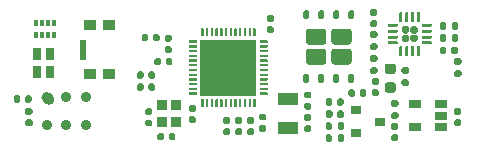
<source format=gbr>
G04 #@! TF.GenerationSoftware,KiCad,Pcbnew,5.1.10-88a1d61d58~90~ubuntu20.04.1*
G04 #@! TF.CreationDate,2021-11-22T21:12:46+01:00*
G04 #@! TF.ProjectId,nRF52832_qfaa,6e524635-3238-4333-925f-716661612e6b,rev?*
G04 #@! TF.SameCoordinates,Original*
G04 #@! TF.FileFunction,Paste,Top*
G04 #@! TF.FilePolarity,Positive*
%FSLAX45Y45*%
G04 Gerber Fmt 4.5, Leading zero omitted, Abs format (unit mm)*
G04 Created by KiCad (PCBNEW 5.1.10-88a1d61d58~90~ubuntu20.04.1) date 2021-11-22 21:12:46*
%MOMM*%
%LPD*%
G01*
G04 APERTURE LIST*
%ADD10R,0.550000X1.700000*%
%ADD11R,1.000000X0.900000*%
%ADD12R,0.800000X1.000000*%
%ADD13R,0.850000X0.950000*%
%ADD14R,1.800000X1.000000*%
%ADD15R,4.700000X4.700000*%
%ADD16R,0.400000X0.500000*%
%ADD17R,0.300000X0.500000*%
%ADD18R,0.900000X0.800000*%
%ADD19R,1.060000X0.650000*%
%ADD20C,0.910000*%
G04 APERTURE END LIST*
G36*
G01*
X6468830Y-3184960D02*
X6500330Y-3184960D01*
G75*
G02*
X6516080Y-3200710I0J-15750D01*
G01*
X6516080Y-3232210D01*
G75*
G02*
X6500330Y-3247960I-15750J0D01*
G01*
X6468830Y-3247960D01*
G75*
G02*
X6453080Y-3232210I0J15750D01*
G01*
X6453080Y-3200710D01*
G75*
G02*
X6468830Y-3184960I15750J0D01*
G01*
G37*
G36*
G01*
X6540830Y-3184960D02*
X6572330Y-3184960D01*
G75*
G02*
X6588080Y-3200710I0J-15750D01*
G01*
X6588080Y-3232210D01*
G75*
G02*
X6572330Y-3247960I-15750J0D01*
G01*
X6540830Y-3247960D01*
G75*
G02*
X6525080Y-3232210I0J15750D01*
G01*
X6525080Y-3200710D01*
G75*
G02*
X6540830Y-3184960I15750J0D01*
G01*
G37*
G36*
G01*
X6468830Y-3112960D02*
X6500330Y-3112960D01*
G75*
G02*
X6516080Y-3128710I0J-15750D01*
G01*
X6516080Y-3160210D01*
G75*
G02*
X6500330Y-3175960I-15750J0D01*
G01*
X6468830Y-3175960D01*
G75*
G02*
X6453080Y-3160210I0J15750D01*
G01*
X6453080Y-3128710D01*
G75*
G02*
X6468830Y-3112960I15750J0D01*
G01*
G37*
G36*
G01*
X6540830Y-3112960D02*
X6572330Y-3112960D01*
G75*
G02*
X6588080Y-3128710I0J-15750D01*
G01*
X6588080Y-3160210D01*
G75*
G02*
X6572330Y-3175960I-15750J0D01*
G01*
X6540830Y-3175960D01*
G75*
G02*
X6525080Y-3160210I0J15750D01*
G01*
X6525080Y-3128710D01*
G75*
G02*
X6540830Y-3112960I15750J0D01*
G01*
G37*
G36*
G01*
X6626830Y-3092960D02*
X6701830Y-3092960D01*
G75*
G02*
X6708080Y-3099210I0J-6250D01*
G01*
X6708080Y-3111710D01*
G75*
G02*
X6701830Y-3117960I-6250J0D01*
G01*
X6626830Y-3117960D01*
G75*
G02*
X6620580Y-3111710I0J6250D01*
G01*
X6620580Y-3099210D01*
G75*
G02*
X6626830Y-3092960I6250J0D01*
G01*
G37*
G36*
G01*
X6626830Y-3142960D02*
X6701830Y-3142960D01*
G75*
G02*
X6708080Y-3149210I0J-6250D01*
G01*
X6708080Y-3161710D01*
G75*
G02*
X6701830Y-3167960I-6250J0D01*
G01*
X6626830Y-3167960D01*
G75*
G02*
X6620580Y-3161710I0J6250D01*
G01*
X6620580Y-3149210D01*
G75*
G02*
X6626830Y-3142960I6250J0D01*
G01*
G37*
G36*
G01*
X6626830Y-3192960D02*
X6701830Y-3192960D01*
G75*
G02*
X6708080Y-3199210I0J-6250D01*
G01*
X6708080Y-3211710D01*
G75*
G02*
X6701830Y-3217960I-6250J0D01*
G01*
X6626830Y-3217960D01*
G75*
G02*
X6620580Y-3211710I0J6250D01*
G01*
X6620580Y-3199210D01*
G75*
G02*
X6626830Y-3192960I6250J0D01*
G01*
G37*
G36*
G01*
X6626830Y-3242960D02*
X6701830Y-3242960D01*
G75*
G02*
X6708080Y-3249210I0J-6250D01*
G01*
X6708080Y-3261710D01*
G75*
G02*
X6701830Y-3267960I-6250J0D01*
G01*
X6626830Y-3267960D01*
G75*
G02*
X6620580Y-3261710I0J6250D01*
G01*
X6620580Y-3249210D01*
G75*
G02*
X6626830Y-3242960I6250J0D01*
G01*
G37*
G36*
G01*
X6589330Y-3280460D02*
X6601830Y-3280460D01*
G75*
G02*
X6608080Y-3286710I0J-6250D01*
G01*
X6608080Y-3361710D01*
G75*
G02*
X6601830Y-3367960I-6250J0D01*
G01*
X6589330Y-3367960D01*
G75*
G02*
X6583080Y-3361710I0J6250D01*
G01*
X6583080Y-3286710D01*
G75*
G02*
X6589330Y-3280460I6250J0D01*
G01*
G37*
G36*
G01*
X6539330Y-3280460D02*
X6551830Y-3280460D01*
G75*
G02*
X6558080Y-3286710I0J-6250D01*
G01*
X6558080Y-3361710D01*
G75*
G02*
X6551830Y-3367960I-6250J0D01*
G01*
X6539330Y-3367960D01*
G75*
G02*
X6533080Y-3361710I0J6250D01*
G01*
X6533080Y-3286710D01*
G75*
G02*
X6539330Y-3280460I6250J0D01*
G01*
G37*
G36*
G01*
X6489330Y-3280460D02*
X6501830Y-3280460D01*
G75*
G02*
X6508080Y-3286710I0J-6250D01*
G01*
X6508080Y-3361710D01*
G75*
G02*
X6501830Y-3367960I-6250J0D01*
G01*
X6489330Y-3367960D01*
G75*
G02*
X6483080Y-3361710I0J6250D01*
G01*
X6483080Y-3286710D01*
G75*
G02*
X6489330Y-3280460I6250J0D01*
G01*
G37*
G36*
G01*
X6439330Y-3280460D02*
X6451830Y-3280460D01*
G75*
G02*
X6458080Y-3286710I0J-6250D01*
G01*
X6458080Y-3361710D01*
G75*
G02*
X6451830Y-3367960I-6250J0D01*
G01*
X6439330Y-3367960D01*
G75*
G02*
X6433080Y-3361710I0J6250D01*
G01*
X6433080Y-3286710D01*
G75*
G02*
X6439330Y-3280460I6250J0D01*
G01*
G37*
G36*
G01*
X6339330Y-3242960D02*
X6414330Y-3242960D01*
G75*
G02*
X6420580Y-3249210I0J-6250D01*
G01*
X6420580Y-3261710D01*
G75*
G02*
X6414330Y-3267960I-6250J0D01*
G01*
X6339330Y-3267960D01*
G75*
G02*
X6333080Y-3261710I0J6250D01*
G01*
X6333080Y-3249210D01*
G75*
G02*
X6339330Y-3242960I6250J0D01*
G01*
G37*
G36*
G01*
X6339330Y-3192960D02*
X6414330Y-3192960D01*
G75*
G02*
X6420580Y-3199210I0J-6250D01*
G01*
X6420580Y-3211710D01*
G75*
G02*
X6414330Y-3217960I-6250J0D01*
G01*
X6339330Y-3217960D01*
G75*
G02*
X6333080Y-3211710I0J6250D01*
G01*
X6333080Y-3199210D01*
G75*
G02*
X6339330Y-3192960I6250J0D01*
G01*
G37*
G36*
G01*
X6339330Y-3142960D02*
X6414330Y-3142960D01*
G75*
G02*
X6420580Y-3149210I0J-6250D01*
G01*
X6420580Y-3161710D01*
G75*
G02*
X6414330Y-3167960I-6250J0D01*
G01*
X6339330Y-3167960D01*
G75*
G02*
X6333080Y-3161710I0J6250D01*
G01*
X6333080Y-3149210D01*
G75*
G02*
X6339330Y-3142960I6250J0D01*
G01*
G37*
G36*
G01*
X6339330Y-3092960D02*
X6414330Y-3092960D01*
G75*
G02*
X6420580Y-3099210I0J-6250D01*
G01*
X6420580Y-3111710D01*
G75*
G02*
X6414330Y-3117960I-6250J0D01*
G01*
X6339330Y-3117960D01*
G75*
G02*
X6333080Y-3111710I0J6250D01*
G01*
X6333080Y-3099210D01*
G75*
G02*
X6339330Y-3092960I6250J0D01*
G01*
G37*
G36*
G01*
X6439330Y-2992960D02*
X6451830Y-2992960D01*
G75*
G02*
X6458080Y-2999210I0J-6250D01*
G01*
X6458080Y-3074210D01*
G75*
G02*
X6451830Y-3080460I-6250J0D01*
G01*
X6439330Y-3080460D01*
G75*
G02*
X6433080Y-3074210I0J6250D01*
G01*
X6433080Y-2999210D01*
G75*
G02*
X6439330Y-2992960I6250J0D01*
G01*
G37*
G36*
G01*
X6489330Y-2992960D02*
X6501830Y-2992960D01*
G75*
G02*
X6508080Y-2999210I0J-6250D01*
G01*
X6508080Y-3074210D01*
G75*
G02*
X6501830Y-3080460I-6250J0D01*
G01*
X6489330Y-3080460D01*
G75*
G02*
X6483080Y-3074210I0J6250D01*
G01*
X6483080Y-2999210D01*
G75*
G02*
X6489330Y-2992960I6250J0D01*
G01*
G37*
G36*
G01*
X6539330Y-2992960D02*
X6551830Y-2992960D01*
G75*
G02*
X6558080Y-2999210I0J-6250D01*
G01*
X6558080Y-3074210D01*
G75*
G02*
X6551830Y-3080460I-6250J0D01*
G01*
X6539330Y-3080460D01*
G75*
G02*
X6533080Y-3074210I0J6250D01*
G01*
X6533080Y-2999210D01*
G75*
G02*
X6539330Y-2992960I6250J0D01*
G01*
G37*
G36*
G01*
X6589330Y-2992960D02*
X6601830Y-2992960D01*
G75*
G02*
X6608080Y-2999210I0J-6250D01*
G01*
X6608080Y-3074210D01*
G75*
G02*
X6601830Y-3080460I-6250J0D01*
G01*
X6589330Y-3080460D01*
G75*
G02*
X6583080Y-3074210I0J6250D01*
G01*
X6583080Y-2999210D01*
G75*
G02*
X6589330Y-2992960I6250J0D01*
G01*
G37*
D10*
X3751580Y-3312160D03*
D11*
X3814080Y-3107160D03*
X3974080Y-3107160D03*
X3974080Y-3517160D03*
X3814080Y-3517160D03*
G36*
G01*
X4345880Y-3227560D02*
X4345880Y-3193560D01*
G75*
G02*
X4359880Y-3179560I14000J0D01*
G01*
X4387880Y-3179560D01*
G75*
G02*
X4401880Y-3193560I0J-14000D01*
G01*
X4401880Y-3227560D01*
G75*
G02*
X4387880Y-3241560I-14000J0D01*
G01*
X4359880Y-3241560D01*
G75*
G02*
X4345880Y-3227560I0J14000D01*
G01*
G37*
G36*
G01*
X4249880Y-3227560D02*
X4249880Y-3193560D01*
G75*
G02*
X4263880Y-3179560I14000J0D01*
G01*
X4291880Y-3179560D01*
G75*
G02*
X4305880Y-3193560I0J-14000D01*
G01*
X4305880Y-3227560D01*
G75*
G02*
X4291880Y-3241560I-14000J0D01*
G01*
X4263880Y-3241560D01*
G75*
G02*
X4249880Y-3227560I0J14000D01*
G01*
G37*
G36*
G01*
X4953780Y-3979860D02*
X4987780Y-3979860D01*
G75*
G02*
X5001780Y-3993860I0J-14000D01*
G01*
X5001780Y-4021860D01*
G75*
G02*
X4987780Y-4035860I-14000J0D01*
G01*
X4953780Y-4035860D01*
G75*
G02*
X4939780Y-4021860I0J14000D01*
G01*
X4939780Y-3993860D01*
G75*
G02*
X4953780Y-3979860I14000J0D01*
G01*
G37*
G36*
G01*
X4953780Y-3883860D02*
X4987780Y-3883860D01*
G75*
G02*
X5001780Y-3897860I0J-14000D01*
G01*
X5001780Y-3925860D01*
G75*
G02*
X4987780Y-3939860I-14000J0D01*
G01*
X4953780Y-3939860D01*
G75*
G02*
X4939780Y-3925860I0J14000D01*
G01*
X4939780Y-3897860D01*
G75*
G02*
X4953780Y-3883860I14000J0D01*
G01*
G37*
G36*
G01*
X6376180Y-4030660D02*
X6410180Y-4030660D01*
G75*
G02*
X6424180Y-4044660I0J-14000D01*
G01*
X6424180Y-4072660D01*
G75*
G02*
X6410180Y-4086660I-14000J0D01*
G01*
X6376180Y-4086660D01*
G75*
G02*
X6362180Y-4072660I0J14000D01*
G01*
X6362180Y-4044660D01*
G75*
G02*
X6376180Y-4030660I14000J0D01*
G01*
G37*
G36*
G01*
X6376180Y-3934660D02*
X6410180Y-3934660D01*
G75*
G02*
X6424180Y-3948660I0J-14000D01*
G01*
X6424180Y-3976660D01*
G75*
G02*
X6410180Y-3990660I-14000J0D01*
G01*
X6376180Y-3990660D01*
G75*
G02*
X6362180Y-3976660I0J14000D01*
G01*
X6362180Y-3948660D01*
G75*
G02*
X6376180Y-3934660I14000J0D01*
G01*
G37*
G36*
G01*
X6943580Y-3863660D02*
X6909580Y-3863660D01*
G75*
G02*
X6895580Y-3849660I0J14000D01*
G01*
X6895580Y-3821660D01*
G75*
G02*
X6909580Y-3807660I14000J0D01*
G01*
X6943580Y-3807660D01*
G75*
G02*
X6957580Y-3821660I0J-14000D01*
G01*
X6957580Y-3849660D01*
G75*
G02*
X6943580Y-3863660I-14000J0D01*
G01*
G37*
G36*
G01*
X6943580Y-3959660D02*
X6909580Y-3959660D01*
G75*
G02*
X6895580Y-3945660I0J14000D01*
G01*
X6895580Y-3917660D01*
G75*
G02*
X6909580Y-3903660I14000J0D01*
G01*
X6943580Y-3903660D01*
G75*
G02*
X6957580Y-3917660I0J-14000D01*
G01*
X6957580Y-3945660D01*
G75*
G02*
X6943580Y-3959660I-14000J0D01*
G01*
G37*
G36*
G01*
X6198380Y-3065460D02*
X6232380Y-3065460D01*
G75*
G02*
X6246380Y-3079460I0J-14000D01*
G01*
X6246380Y-3107460D01*
G75*
G02*
X6232380Y-3121460I-14000J0D01*
G01*
X6198380Y-3121460D01*
G75*
G02*
X6184380Y-3107460I0J14000D01*
G01*
X6184380Y-3079460D01*
G75*
G02*
X6198380Y-3065460I14000J0D01*
G01*
G37*
G36*
G01*
X6198380Y-2969460D02*
X6232380Y-2969460D01*
G75*
G02*
X6246380Y-2983460I0J-14000D01*
G01*
X6246380Y-3011460D01*
G75*
G02*
X6232380Y-3025460I-14000J0D01*
G01*
X6198380Y-3025460D01*
G75*
G02*
X6184380Y-3011460I0J14000D01*
G01*
X6184380Y-2983460D01*
G75*
G02*
X6198380Y-2969460I14000J0D01*
G01*
G37*
D12*
X3476380Y-3501460D03*
X3476380Y-3351460D03*
X3366380Y-3351460D03*
X3366380Y-3501460D03*
D13*
X4539680Y-3776760D03*
X4539680Y-3921760D03*
X4424680Y-3921760D03*
X4424680Y-3776760D03*
D14*
X5493280Y-3726460D03*
X5493280Y-3976460D03*
G36*
G01*
X6012380Y-2979260D02*
X6037380Y-2979260D01*
G75*
G02*
X6049880Y-2991760I0J-12500D01*
G01*
X6049880Y-3041760D01*
G75*
G02*
X6037380Y-3054260I-12500J0D01*
G01*
X6012380Y-3054260D01*
G75*
G02*
X5999880Y-3041760I0J12500D01*
G01*
X5999880Y-2991760D01*
G75*
G02*
X6012380Y-2979260I12500J0D01*
G01*
G37*
G36*
G01*
X5885380Y-2979260D02*
X5910380Y-2979260D01*
G75*
G02*
X5922880Y-2991760I0J-12500D01*
G01*
X5922880Y-3041760D01*
G75*
G02*
X5910380Y-3054260I-12500J0D01*
G01*
X5885380Y-3054260D01*
G75*
G02*
X5872880Y-3041760I0J12500D01*
G01*
X5872880Y-2991760D01*
G75*
G02*
X5885380Y-2979260I12500J0D01*
G01*
G37*
G36*
G01*
X5758380Y-2979260D02*
X5783380Y-2979260D01*
G75*
G02*
X5795880Y-2991760I0J-12500D01*
G01*
X5795880Y-3041760D01*
G75*
G02*
X5783380Y-3054260I-12500J0D01*
G01*
X5758380Y-3054260D01*
G75*
G02*
X5745880Y-3041760I0J12500D01*
G01*
X5745880Y-2991760D01*
G75*
G02*
X5758380Y-2979260I12500J0D01*
G01*
G37*
G36*
G01*
X5631380Y-2979260D02*
X5656380Y-2979260D01*
G75*
G02*
X5668880Y-2991760I0J-12500D01*
G01*
X5668880Y-3041760D01*
G75*
G02*
X5656380Y-3054260I-12500J0D01*
G01*
X5631380Y-3054260D01*
G75*
G02*
X5618880Y-3041760I0J12500D01*
G01*
X5618880Y-2991760D01*
G75*
G02*
X5631380Y-2979260I12500J0D01*
G01*
G37*
G36*
G01*
X5631380Y-3519260D02*
X5656380Y-3519260D01*
G75*
G02*
X5668880Y-3531760I0J-12500D01*
G01*
X5668880Y-3581760D01*
G75*
G02*
X5656380Y-3594260I-12500J0D01*
G01*
X5631380Y-3594260D01*
G75*
G02*
X5618880Y-3581760I0J12500D01*
G01*
X5618880Y-3531760D01*
G75*
G02*
X5631380Y-3519260I12500J0D01*
G01*
G37*
G36*
G01*
X5758380Y-3519260D02*
X5783380Y-3519260D01*
G75*
G02*
X5795880Y-3531760I0J-12500D01*
G01*
X5795880Y-3581760D01*
G75*
G02*
X5783380Y-3594260I-12500J0D01*
G01*
X5758380Y-3594260D01*
G75*
G02*
X5745880Y-3581760I0J12500D01*
G01*
X5745880Y-3531760D01*
G75*
G02*
X5758380Y-3519260I12500J0D01*
G01*
G37*
G36*
G01*
X5885380Y-3519260D02*
X5910380Y-3519260D01*
G75*
G02*
X5922880Y-3531760I0J-12500D01*
G01*
X5922880Y-3581760D01*
G75*
G02*
X5910380Y-3594260I-12500J0D01*
G01*
X5885380Y-3594260D01*
G75*
G02*
X5872880Y-3581760I0J12500D01*
G01*
X5872880Y-3531760D01*
G75*
G02*
X5885380Y-3519260I12500J0D01*
G01*
G37*
G36*
G01*
X6012380Y-3519260D02*
X6037380Y-3519260D01*
G75*
G02*
X6049880Y-3531760I0J-12500D01*
G01*
X6049880Y-3581760D01*
G75*
G02*
X6037380Y-3594260I-12500J0D01*
G01*
X6012380Y-3594260D01*
G75*
G02*
X5999880Y-3581760I0J12500D01*
G01*
X5999880Y-3531760D01*
G75*
G02*
X6012380Y-3519260I12500J0D01*
G01*
G37*
G36*
G01*
X5880380Y-3133260D02*
X6003380Y-3133260D01*
G75*
G02*
X6028380Y-3158260I0J-25000D01*
G01*
X6028380Y-3245260D01*
G75*
G02*
X6003380Y-3270260I-25000J0D01*
G01*
X5880380Y-3270260D01*
G75*
G02*
X5855380Y-3245260I0J25000D01*
G01*
X5855380Y-3158260D01*
G75*
G02*
X5880380Y-3133260I25000J0D01*
G01*
G37*
G36*
G01*
X5665380Y-3133260D02*
X5788380Y-3133260D01*
G75*
G02*
X5813380Y-3158260I0J-25000D01*
G01*
X5813380Y-3245260D01*
G75*
G02*
X5788380Y-3270260I-25000J0D01*
G01*
X5665380Y-3270260D01*
G75*
G02*
X5640380Y-3245260I0J25000D01*
G01*
X5640380Y-3158260D01*
G75*
G02*
X5665380Y-3133260I25000J0D01*
G01*
G37*
G36*
G01*
X5880380Y-3303260D02*
X6003380Y-3303260D01*
G75*
G02*
X6028380Y-3328260I0J-25000D01*
G01*
X6028380Y-3415260D01*
G75*
G02*
X6003380Y-3440260I-25000J0D01*
G01*
X5880380Y-3440260D01*
G75*
G02*
X5855380Y-3415260I0J25000D01*
G01*
X5855380Y-3328260D01*
G75*
G02*
X5880380Y-3303260I25000J0D01*
G01*
G37*
G36*
G01*
X5665380Y-3303260D02*
X5788380Y-3303260D01*
G75*
G02*
X5813380Y-3328260I0J-25000D01*
G01*
X5813380Y-3415260D01*
G75*
G02*
X5788380Y-3440260I-25000J0D01*
G01*
X5665380Y-3440260D01*
G75*
G02*
X5640380Y-3415260I0J25000D01*
G01*
X5640380Y-3328260D01*
G75*
G02*
X5665380Y-3303260I25000J0D01*
G01*
G37*
G36*
G01*
X5317580Y-3677560D02*
X5317580Y-3691560D01*
G75*
G02*
X5314580Y-3694560I-3000J0D01*
G01*
X5255580Y-3694560D01*
G75*
G02*
X5252580Y-3691560I0J3000D01*
G01*
X5252580Y-3677560D01*
G75*
G02*
X5255580Y-3674560I3000J0D01*
G01*
X5314580Y-3674560D01*
G75*
G02*
X5317580Y-3677560I0J-3000D01*
G01*
G37*
G36*
G01*
X5317580Y-3637560D02*
X5317580Y-3651560D01*
G75*
G02*
X5314580Y-3654560I-3000J0D01*
G01*
X5255580Y-3654560D01*
G75*
G02*
X5252580Y-3651560I0J3000D01*
G01*
X5252580Y-3637560D01*
G75*
G02*
X5255580Y-3634560I3000J0D01*
G01*
X5314580Y-3634560D01*
G75*
G02*
X5317580Y-3637560I0J-3000D01*
G01*
G37*
G36*
G01*
X5317580Y-3597560D02*
X5317580Y-3611560D01*
G75*
G02*
X5314580Y-3614560I-3000J0D01*
G01*
X5255580Y-3614560D01*
G75*
G02*
X5252580Y-3611560I0J3000D01*
G01*
X5252580Y-3597560D01*
G75*
G02*
X5255580Y-3594560I3000J0D01*
G01*
X5314580Y-3594560D01*
G75*
G02*
X5317580Y-3597560I0J-3000D01*
G01*
G37*
G36*
G01*
X5317580Y-3557560D02*
X5317580Y-3571560D01*
G75*
G02*
X5314580Y-3574560I-3000J0D01*
G01*
X5255580Y-3574560D01*
G75*
G02*
X5252580Y-3571560I0J3000D01*
G01*
X5252580Y-3557560D01*
G75*
G02*
X5255580Y-3554560I3000J0D01*
G01*
X5314580Y-3554560D01*
G75*
G02*
X5317580Y-3557560I0J-3000D01*
G01*
G37*
G36*
G01*
X5317580Y-3517560D02*
X5317580Y-3531560D01*
G75*
G02*
X5314580Y-3534560I-3000J0D01*
G01*
X5255580Y-3534560D01*
G75*
G02*
X5252580Y-3531560I0J3000D01*
G01*
X5252580Y-3517560D01*
G75*
G02*
X5255580Y-3514560I3000J0D01*
G01*
X5314580Y-3514560D01*
G75*
G02*
X5317580Y-3517560I0J-3000D01*
G01*
G37*
G36*
G01*
X5317580Y-3477560D02*
X5317580Y-3491560D01*
G75*
G02*
X5314580Y-3494560I-3000J0D01*
G01*
X5255580Y-3494560D01*
G75*
G02*
X5252580Y-3491560I0J3000D01*
G01*
X5252580Y-3477560D01*
G75*
G02*
X5255580Y-3474560I3000J0D01*
G01*
X5314580Y-3474560D01*
G75*
G02*
X5317580Y-3477560I0J-3000D01*
G01*
G37*
G36*
G01*
X5317580Y-3437560D02*
X5317580Y-3451560D01*
G75*
G02*
X5314580Y-3454560I-3000J0D01*
G01*
X5255580Y-3454560D01*
G75*
G02*
X5252580Y-3451560I0J3000D01*
G01*
X5252580Y-3437560D01*
G75*
G02*
X5255580Y-3434560I3000J0D01*
G01*
X5314580Y-3434560D01*
G75*
G02*
X5317580Y-3437560I0J-3000D01*
G01*
G37*
G36*
G01*
X5317580Y-3397560D02*
X5317580Y-3411560D01*
G75*
G02*
X5314580Y-3414560I-3000J0D01*
G01*
X5255580Y-3414560D01*
G75*
G02*
X5252580Y-3411560I0J3000D01*
G01*
X5252580Y-3397560D01*
G75*
G02*
X5255580Y-3394560I3000J0D01*
G01*
X5314580Y-3394560D01*
G75*
G02*
X5317580Y-3397560I0J-3000D01*
G01*
G37*
G36*
G01*
X5317580Y-3357560D02*
X5317580Y-3371560D01*
G75*
G02*
X5314580Y-3374560I-3000J0D01*
G01*
X5255580Y-3374560D01*
G75*
G02*
X5252580Y-3371560I0J3000D01*
G01*
X5252580Y-3357560D01*
G75*
G02*
X5255580Y-3354560I3000J0D01*
G01*
X5314580Y-3354560D01*
G75*
G02*
X5317580Y-3357560I0J-3000D01*
G01*
G37*
G36*
G01*
X5317580Y-3317560D02*
X5317580Y-3331560D01*
G75*
G02*
X5314580Y-3334560I-3000J0D01*
G01*
X5255580Y-3334560D01*
G75*
G02*
X5252580Y-3331560I0J3000D01*
G01*
X5252580Y-3317560D01*
G75*
G02*
X5255580Y-3314560I3000J0D01*
G01*
X5314580Y-3314560D01*
G75*
G02*
X5317580Y-3317560I0J-3000D01*
G01*
G37*
G36*
G01*
X5317580Y-3277560D02*
X5317580Y-3291560D01*
G75*
G02*
X5314580Y-3294560I-3000J0D01*
G01*
X5255580Y-3294560D01*
G75*
G02*
X5252580Y-3291560I0J3000D01*
G01*
X5252580Y-3277560D01*
G75*
G02*
X5255580Y-3274560I3000J0D01*
G01*
X5314580Y-3274560D01*
G75*
G02*
X5317580Y-3277560I0J-3000D01*
G01*
G37*
G36*
G01*
X5317580Y-3237560D02*
X5317580Y-3251560D01*
G75*
G02*
X5314580Y-3254560I-3000J0D01*
G01*
X5255580Y-3254560D01*
G75*
G02*
X5252580Y-3251560I0J3000D01*
G01*
X5252580Y-3237560D01*
G75*
G02*
X5255580Y-3234560I3000J0D01*
G01*
X5314580Y-3234560D01*
G75*
G02*
X5317580Y-3237560I0J-3000D01*
G01*
G37*
G36*
G01*
X5198080Y-3132060D02*
X5212080Y-3132060D01*
G75*
G02*
X5215080Y-3135060I0J-3000D01*
G01*
X5215080Y-3194060D01*
G75*
G02*
X5212080Y-3197060I-3000J0D01*
G01*
X5198080Y-3197060D01*
G75*
G02*
X5195080Y-3194060I0J3000D01*
G01*
X5195080Y-3135060D01*
G75*
G02*
X5198080Y-3132060I3000J0D01*
G01*
G37*
G36*
G01*
X5158080Y-3132060D02*
X5172080Y-3132060D01*
G75*
G02*
X5175080Y-3135060I0J-3000D01*
G01*
X5175080Y-3194060D01*
G75*
G02*
X5172080Y-3197060I-3000J0D01*
G01*
X5158080Y-3197060D01*
G75*
G02*
X5155080Y-3194060I0J3000D01*
G01*
X5155080Y-3135060D01*
G75*
G02*
X5158080Y-3132060I3000J0D01*
G01*
G37*
G36*
G01*
X5118080Y-3132060D02*
X5132080Y-3132060D01*
G75*
G02*
X5135080Y-3135060I0J-3000D01*
G01*
X5135080Y-3194060D01*
G75*
G02*
X5132080Y-3197060I-3000J0D01*
G01*
X5118080Y-3197060D01*
G75*
G02*
X5115080Y-3194060I0J3000D01*
G01*
X5115080Y-3135060D01*
G75*
G02*
X5118080Y-3132060I3000J0D01*
G01*
G37*
G36*
G01*
X5078080Y-3132060D02*
X5092080Y-3132060D01*
G75*
G02*
X5095080Y-3135060I0J-3000D01*
G01*
X5095080Y-3194060D01*
G75*
G02*
X5092080Y-3197060I-3000J0D01*
G01*
X5078080Y-3197060D01*
G75*
G02*
X5075080Y-3194060I0J3000D01*
G01*
X5075080Y-3135060D01*
G75*
G02*
X5078080Y-3132060I3000J0D01*
G01*
G37*
G36*
G01*
X5038080Y-3132060D02*
X5052080Y-3132060D01*
G75*
G02*
X5055080Y-3135060I0J-3000D01*
G01*
X5055080Y-3194060D01*
G75*
G02*
X5052080Y-3197060I-3000J0D01*
G01*
X5038080Y-3197060D01*
G75*
G02*
X5035080Y-3194060I0J3000D01*
G01*
X5035080Y-3135060D01*
G75*
G02*
X5038080Y-3132060I3000J0D01*
G01*
G37*
G36*
G01*
X4998080Y-3132060D02*
X5012080Y-3132060D01*
G75*
G02*
X5015080Y-3135060I0J-3000D01*
G01*
X5015080Y-3194060D01*
G75*
G02*
X5012080Y-3197060I-3000J0D01*
G01*
X4998080Y-3197060D01*
G75*
G02*
X4995080Y-3194060I0J3000D01*
G01*
X4995080Y-3135060D01*
G75*
G02*
X4998080Y-3132060I3000J0D01*
G01*
G37*
G36*
G01*
X4958080Y-3132060D02*
X4972080Y-3132060D01*
G75*
G02*
X4975080Y-3135060I0J-3000D01*
G01*
X4975080Y-3194060D01*
G75*
G02*
X4972080Y-3197060I-3000J0D01*
G01*
X4958080Y-3197060D01*
G75*
G02*
X4955080Y-3194060I0J3000D01*
G01*
X4955080Y-3135060D01*
G75*
G02*
X4958080Y-3132060I3000J0D01*
G01*
G37*
G36*
G01*
X4918080Y-3132060D02*
X4932080Y-3132060D01*
G75*
G02*
X4935080Y-3135060I0J-3000D01*
G01*
X4935080Y-3194060D01*
G75*
G02*
X4932080Y-3197060I-3000J0D01*
G01*
X4918080Y-3197060D01*
G75*
G02*
X4915080Y-3194060I0J3000D01*
G01*
X4915080Y-3135060D01*
G75*
G02*
X4918080Y-3132060I3000J0D01*
G01*
G37*
G36*
G01*
X4878080Y-3132060D02*
X4892080Y-3132060D01*
G75*
G02*
X4895080Y-3135060I0J-3000D01*
G01*
X4895080Y-3194060D01*
G75*
G02*
X4892080Y-3197060I-3000J0D01*
G01*
X4878080Y-3197060D01*
G75*
G02*
X4875080Y-3194060I0J3000D01*
G01*
X4875080Y-3135060D01*
G75*
G02*
X4878080Y-3132060I3000J0D01*
G01*
G37*
G36*
G01*
X4838080Y-3132060D02*
X4852080Y-3132060D01*
G75*
G02*
X4855080Y-3135060I0J-3000D01*
G01*
X4855080Y-3194060D01*
G75*
G02*
X4852080Y-3197060I-3000J0D01*
G01*
X4838080Y-3197060D01*
G75*
G02*
X4835080Y-3194060I0J3000D01*
G01*
X4835080Y-3135060D01*
G75*
G02*
X4838080Y-3132060I3000J0D01*
G01*
G37*
G36*
G01*
X4798080Y-3132060D02*
X4812080Y-3132060D01*
G75*
G02*
X4815080Y-3135060I0J-3000D01*
G01*
X4815080Y-3194060D01*
G75*
G02*
X4812080Y-3197060I-3000J0D01*
G01*
X4798080Y-3197060D01*
G75*
G02*
X4795080Y-3194060I0J3000D01*
G01*
X4795080Y-3135060D01*
G75*
G02*
X4798080Y-3132060I3000J0D01*
G01*
G37*
G36*
G01*
X4758080Y-3132060D02*
X4772080Y-3132060D01*
G75*
G02*
X4775080Y-3135060I0J-3000D01*
G01*
X4775080Y-3194060D01*
G75*
G02*
X4772080Y-3197060I-3000J0D01*
G01*
X4758080Y-3197060D01*
G75*
G02*
X4755080Y-3194060I0J3000D01*
G01*
X4755080Y-3135060D01*
G75*
G02*
X4758080Y-3132060I3000J0D01*
G01*
G37*
G36*
G01*
X4652580Y-3251560D02*
X4652580Y-3237560D01*
G75*
G02*
X4655580Y-3234560I3000J0D01*
G01*
X4714580Y-3234560D01*
G75*
G02*
X4717580Y-3237560I0J-3000D01*
G01*
X4717580Y-3251560D01*
G75*
G02*
X4714580Y-3254560I-3000J0D01*
G01*
X4655580Y-3254560D01*
G75*
G02*
X4652580Y-3251560I0J3000D01*
G01*
G37*
G36*
G01*
X4652580Y-3291560D02*
X4652580Y-3277560D01*
G75*
G02*
X4655580Y-3274560I3000J0D01*
G01*
X4714580Y-3274560D01*
G75*
G02*
X4717580Y-3277560I0J-3000D01*
G01*
X4717580Y-3291560D01*
G75*
G02*
X4714580Y-3294560I-3000J0D01*
G01*
X4655580Y-3294560D01*
G75*
G02*
X4652580Y-3291560I0J3000D01*
G01*
G37*
G36*
G01*
X4652580Y-3331560D02*
X4652580Y-3317560D01*
G75*
G02*
X4655580Y-3314560I3000J0D01*
G01*
X4714580Y-3314560D01*
G75*
G02*
X4717580Y-3317560I0J-3000D01*
G01*
X4717580Y-3331560D01*
G75*
G02*
X4714580Y-3334560I-3000J0D01*
G01*
X4655580Y-3334560D01*
G75*
G02*
X4652580Y-3331560I0J3000D01*
G01*
G37*
G36*
G01*
X4652580Y-3371560D02*
X4652580Y-3357560D01*
G75*
G02*
X4655580Y-3354560I3000J0D01*
G01*
X4714580Y-3354560D01*
G75*
G02*
X4717580Y-3357560I0J-3000D01*
G01*
X4717580Y-3371560D01*
G75*
G02*
X4714580Y-3374560I-3000J0D01*
G01*
X4655580Y-3374560D01*
G75*
G02*
X4652580Y-3371560I0J3000D01*
G01*
G37*
G36*
G01*
X4652580Y-3411560D02*
X4652580Y-3397560D01*
G75*
G02*
X4655580Y-3394560I3000J0D01*
G01*
X4714580Y-3394560D01*
G75*
G02*
X4717580Y-3397560I0J-3000D01*
G01*
X4717580Y-3411560D01*
G75*
G02*
X4714580Y-3414560I-3000J0D01*
G01*
X4655580Y-3414560D01*
G75*
G02*
X4652580Y-3411560I0J3000D01*
G01*
G37*
G36*
G01*
X4652580Y-3451560D02*
X4652580Y-3437560D01*
G75*
G02*
X4655580Y-3434560I3000J0D01*
G01*
X4714580Y-3434560D01*
G75*
G02*
X4717580Y-3437560I0J-3000D01*
G01*
X4717580Y-3451560D01*
G75*
G02*
X4714580Y-3454560I-3000J0D01*
G01*
X4655580Y-3454560D01*
G75*
G02*
X4652580Y-3451560I0J3000D01*
G01*
G37*
G36*
G01*
X4652580Y-3491560D02*
X4652580Y-3477560D01*
G75*
G02*
X4655580Y-3474560I3000J0D01*
G01*
X4714580Y-3474560D01*
G75*
G02*
X4717580Y-3477560I0J-3000D01*
G01*
X4717580Y-3491560D01*
G75*
G02*
X4714580Y-3494560I-3000J0D01*
G01*
X4655580Y-3494560D01*
G75*
G02*
X4652580Y-3491560I0J3000D01*
G01*
G37*
G36*
G01*
X4652580Y-3531560D02*
X4652580Y-3517560D01*
G75*
G02*
X4655580Y-3514560I3000J0D01*
G01*
X4714580Y-3514560D01*
G75*
G02*
X4717580Y-3517560I0J-3000D01*
G01*
X4717580Y-3531560D01*
G75*
G02*
X4714580Y-3534560I-3000J0D01*
G01*
X4655580Y-3534560D01*
G75*
G02*
X4652580Y-3531560I0J3000D01*
G01*
G37*
G36*
G01*
X4652580Y-3571560D02*
X4652580Y-3557560D01*
G75*
G02*
X4655580Y-3554560I3000J0D01*
G01*
X4714580Y-3554560D01*
G75*
G02*
X4717580Y-3557560I0J-3000D01*
G01*
X4717580Y-3571560D01*
G75*
G02*
X4714580Y-3574560I-3000J0D01*
G01*
X4655580Y-3574560D01*
G75*
G02*
X4652580Y-3571560I0J3000D01*
G01*
G37*
G36*
G01*
X4652580Y-3611560D02*
X4652580Y-3597560D01*
G75*
G02*
X4655580Y-3594560I3000J0D01*
G01*
X4714580Y-3594560D01*
G75*
G02*
X4717580Y-3597560I0J-3000D01*
G01*
X4717580Y-3611560D01*
G75*
G02*
X4714580Y-3614560I-3000J0D01*
G01*
X4655580Y-3614560D01*
G75*
G02*
X4652580Y-3611560I0J3000D01*
G01*
G37*
G36*
G01*
X4652580Y-3651560D02*
X4652580Y-3637560D01*
G75*
G02*
X4655580Y-3634560I3000J0D01*
G01*
X4714580Y-3634560D01*
G75*
G02*
X4717580Y-3637560I0J-3000D01*
G01*
X4717580Y-3651560D01*
G75*
G02*
X4714580Y-3654560I-3000J0D01*
G01*
X4655580Y-3654560D01*
G75*
G02*
X4652580Y-3651560I0J3000D01*
G01*
G37*
G36*
G01*
X4652580Y-3691560D02*
X4652580Y-3677560D01*
G75*
G02*
X4655580Y-3674560I3000J0D01*
G01*
X4714580Y-3674560D01*
G75*
G02*
X4717580Y-3677560I0J-3000D01*
G01*
X4717580Y-3691560D01*
G75*
G02*
X4714580Y-3694560I-3000J0D01*
G01*
X4655580Y-3694560D01*
G75*
G02*
X4652580Y-3691560I0J3000D01*
G01*
G37*
G36*
G01*
X4772080Y-3797060D02*
X4758080Y-3797060D01*
G75*
G02*
X4755080Y-3794060I0J3000D01*
G01*
X4755080Y-3735060D01*
G75*
G02*
X4758080Y-3732060I3000J0D01*
G01*
X4772080Y-3732060D01*
G75*
G02*
X4775080Y-3735060I0J-3000D01*
G01*
X4775080Y-3794060D01*
G75*
G02*
X4772080Y-3797060I-3000J0D01*
G01*
G37*
G36*
G01*
X4812080Y-3797060D02*
X4798080Y-3797060D01*
G75*
G02*
X4795080Y-3794060I0J3000D01*
G01*
X4795080Y-3735060D01*
G75*
G02*
X4798080Y-3732060I3000J0D01*
G01*
X4812080Y-3732060D01*
G75*
G02*
X4815080Y-3735060I0J-3000D01*
G01*
X4815080Y-3794060D01*
G75*
G02*
X4812080Y-3797060I-3000J0D01*
G01*
G37*
G36*
G01*
X4852080Y-3797060D02*
X4838080Y-3797060D01*
G75*
G02*
X4835080Y-3794060I0J3000D01*
G01*
X4835080Y-3735060D01*
G75*
G02*
X4838080Y-3732060I3000J0D01*
G01*
X4852080Y-3732060D01*
G75*
G02*
X4855080Y-3735060I0J-3000D01*
G01*
X4855080Y-3794060D01*
G75*
G02*
X4852080Y-3797060I-3000J0D01*
G01*
G37*
G36*
G01*
X4892080Y-3797060D02*
X4878080Y-3797060D01*
G75*
G02*
X4875080Y-3794060I0J3000D01*
G01*
X4875080Y-3735060D01*
G75*
G02*
X4878080Y-3732060I3000J0D01*
G01*
X4892080Y-3732060D01*
G75*
G02*
X4895080Y-3735060I0J-3000D01*
G01*
X4895080Y-3794060D01*
G75*
G02*
X4892080Y-3797060I-3000J0D01*
G01*
G37*
G36*
G01*
X4932080Y-3797060D02*
X4918080Y-3797060D01*
G75*
G02*
X4915080Y-3794060I0J3000D01*
G01*
X4915080Y-3735060D01*
G75*
G02*
X4918080Y-3732060I3000J0D01*
G01*
X4932080Y-3732060D01*
G75*
G02*
X4935080Y-3735060I0J-3000D01*
G01*
X4935080Y-3794060D01*
G75*
G02*
X4932080Y-3797060I-3000J0D01*
G01*
G37*
G36*
G01*
X4972080Y-3797060D02*
X4958080Y-3797060D01*
G75*
G02*
X4955080Y-3794060I0J3000D01*
G01*
X4955080Y-3735060D01*
G75*
G02*
X4958080Y-3732060I3000J0D01*
G01*
X4972080Y-3732060D01*
G75*
G02*
X4975080Y-3735060I0J-3000D01*
G01*
X4975080Y-3794060D01*
G75*
G02*
X4972080Y-3797060I-3000J0D01*
G01*
G37*
G36*
G01*
X5012080Y-3797060D02*
X4998080Y-3797060D01*
G75*
G02*
X4995080Y-3794060I0J3000D01*
G01*
X4995080Y-3735060D01*
G75*
G02*
X4998080Y-3732060I3000J0D01*
G01*
X5012080Y-3732060D01*
G75*
G02*
X5015080Y-3735060I0J-3000D01*
G01*
X5015080Y-3794060D01*
G75*
G02*
X5012080Y-3797060I-3000J0D01*
G01*
G37*
G36*
G01*
X5052080Y-3797060D02*
X5038080Y-3797060D01*
G75*
G02*
X5035080Y-3794060I0J3000D01*
G01*
X5035080Y-3735060D01*
G75*
G02*
X5038080Y-3732060I3000J0D01*
G01*
X5052080Y-3732060D01*
G75*
G02*
X5055080Y-3735060I0J-3000D01*
G01*
X5055080Y-3794060D01*
G75*
G02*
X5052080Y-3797060I-3000J0D01*
G01*
G37*
G36*
G01*
X5092080Y-3797060D02*
X5078080Y-3797060D01*
G75*
G02*
X5075080Y-3794060I0J3000D01*
G01*
X5075080Y-3735060D01*
G75*
G02*
X5078080Y-3732060I3000J0D01*
G01*
X5092080Y-3732060D01*
G75*
G02*
X5095080Y-3735060I0J-3000D01*
G01*
X5095080Y-3794060D01*
G75*
G02*
X5092080Y-3797060I-3000J0D01*
G01*
G37*
G36*
G01*
X5132080Y-3797060D02*
X5118080Y-3797060D01*
G75*
G02*
X5115080Y-3794060I0J3000D01*
G01*
X5115080Y-3735060D01*
G75*
G02*
X5118080Y-3732060I3000J0D01*
G01*
X5132080Y-3732060D01*
G75*
G02*
X5135080Y-3735060I0J-3000D01*
G01*
X5135080Y-3794060D01*
G75*
G02*
X5132080Y-3797060I-3000J0D01*
G01*
G37*
G36*
G01*
X5172080Y-3797060D02*
X5158080Y-3797060D01*
G75*
G02*
X5155080Y-3794060I0J3000D01*
G01*
X5155080Y-3735060D01*
G75*
G02*
X5158080Y-3732060I3000J0D01*
G01*
X5172080Y-3732060D01*
G75*
G02*
X5175080Y-3735060I0J-3000D01*
G01*
X5175080Y-3794060D01*
G75*
G02*
X5172080Y-3797060I-3000J0D01*
G01*
G37*
G36*
G01*
X5212080Y-3797060D02*
X5198080Y-3797060D01*
G75*
G02*
X5195080Y-3794060I0J3000D01*
G01*
X5195080Y-3735060D01*
G75*
G02*
X5198080Y-3732060I3000J0D01*
G01*
X5212080Y-3732060D01*
G75*
G02*
X5215080Y-3735060I0J-3000D01*
G01*
X5215080Y-3794060D01*
G75*
G02*
X5212080Y-3797060I-3000J0D01*
G01*
G37*
D15*
X4985080Y-3464560D03*
D16*
X3359080Y-3184360D03*
D17*
X3409080Y-3184360D03*
D16*
X3509080Y-3184360D03*
D17*
X3459080Y-3184360D03*
D16*
X3359080Y-3084360D03*
D17*
X3459080Y-3084360D03*
X3409080Y-3084360D03*
D16*
X3509080Y-3084360D03*
G36*
G01*
X4492480Y-3244160D02*
X4458480Y-3244160D01*
G75*
G02*
X4444480Y-3230160I0J14000D01*
G01*
X4444480Y-3202160D01*
G75*
G02*
X4458480Y-3188160I14000J0D01*
G01*
X4492480Y-3188160D01*
G75*
G02*
X4506480Y-3202160I0J-14000D01*
G01*
X4506480Y-3230160D01*
G75*
G02*
X4492480Y-3244160I-14000J0D01*
G01*
G37*
G36*
G01*
X4492480Y-3340160D02*
X4458480Y-3340160D01*
G75*
G02*
X4444480Y-3326160I0J14000D01*
G01*
X4444480Y-3298160D01*
G75*
G02*
X4458480Y-3284160I14000J0D01*
G01*
X4492480Y-3284160D01*
G75*
G02*
X4506480Y-3298160I0J-14000D01*
G01*
X4506480Y-3326160D01*
G75*
G02*
X4492480Y-3340160I-14000J0D01*
G01*
G37*
G36*
G01*
X3223580Y-3714260D02*
X3223580Y-3748260D01*
G75*
G02*
X3209580Y-3762260I-14000J0D01*
G01*
X3181580Y-3762260D01*
G75*
G02*
X3167580Y-3748260I0J14000D01*
G01*
X3167580Y-3714260D01*
G75*
G02*
X3181580Y-3700260I14000J0D01*
G01*
X3209580Y-3700260D01*
G75*
G02*
X3223580Y-3714260I0J-14000D01*
G01*
G37*
G36*
G01*
X3319580Y-3714260D02*
X3319580Y-3748260D01*
G75*
G02*
X3305580Y-3762260I-14000J0D01*
G01*
X3277580Y-3762260D01*
G75*
G02*
X3263580Y-3748260I0J14000D01*
G01*
X3263580Y-3714260D01*
G75*
G02*
X3277580Y-3700260I14000J0D01*
G01*
X3305580Y-3700260D01*
G75*
G02*
X3319580Y-3714260I0J-14000D01*
G01*
G37*
G36*
G01*
X6830380Y-3303060D02*
X6830380Y-3337060D01*
G75*
G02*
X6816380Y-3351060I-14000J0D01*
G01*
X6788380Y-3351060D01*
G75*
G02*
X6774380Y-3337060I0J14000D01*
G01*
X6774380Y-3303060D01*
G75*
G02*
X6788380Y-3289060I14000J0D01*
G01*
X6816380Y-3289060D01*
G75*
G02*
X6830380Y-3303060I0J-14000D01*
G01*
G37*
G36*
G01*
X6926380Y-3303060D02*
X6926380Y-3337060D01*
G75*
G02*
X6912380Y-3351060I-14000J0D01*
G01*
X6884380Y-3351060D01*
G75*
G02*
X6870380Y-3337060I0J14000D01*
G01*
X6870380Y-3303060D01*
G75*
G02*
X6884380Y-3289060I14000J0D01*
G01*
X6912380Y-3289060D01*
G75*
G02*
X6926380Y-3303060I0J-14000D01*
G01*
G37*
G36*
G01*
X6055680Y-3663460D02*
X6055680Y-3697460D01*
G75*
G02*
X6041680Y-3711460I-14000J0D01*
G01*
X6013680Y-3711460D01*
G75*
G02*
X5999680Y-3697460I0J14000D01*
G01*
X5999680Y-3663460D01*
G75*
G02*
X6013680Y-3649460I14000J0D01*
G01*
X6041680Y-3649460D01*
G75*
G02*
X6055680Y-3663460I0J-14000D01*
G01*
G37*
G36*
G01*
X6151680Y-3663460D02*
X6151680Y-3697460D01*
G75*
G02*
X6137680Y-3711460I-14000J0D01*
G01*
X6109680Y-3711460D01*
G75*
G02*
X6095680Y-3697460I0J14000D01*
G01*
X6095680Y-3663460D01*
G75*
G02*
X6109680Y-3649460I14000J0D01*
G01*
X6137680Y-3649460D01*
G75*
G02*
X6151680Y-3663460I0J-14000D01*
G01*
G37*
G36*
G01*
X6245080Y-3609660D02*
X6211080Y-3609660D01*
G75*
G02*
X6197080Y-3595660I0J14000D01*
G01*
X6197080Y-3567660D01*
G75*
G02*
X6211080Y-3553660I14000J0D01*
G01*
X6245080Y-3553660D01*
G75*
G02*
X6259080Y-3567660I0J-14000D01*
G01*
X6259080Y-3595660D01*
G75*
G02*
X6245080Y-3609660I-14000J0D01*
G01*
G37*
G36*
G01*
X6245080Y-3705660D02*
X6211080Y-3705660D01*
G75*
G02*
X6197080Y-3691660I0J14000D01*
G01*
X6197080Y-3663660D01*
G75*
G02*
X6211080Y-3649660I14000J0D01*
G01*
X6245080Y-3649660D01*
G75*
G02*
X6259080Y-3663660I0J-14000D01*
G01*
X6259080Y-3691660D01*
G75*
G02*
X6245080Y-3705660I-14000J0D01*
G01*
G37*
G36*
G01*
X5865180Y-3739660D02*
X5865180Y-3773660D01*
G75*
G02*
X5851180Y-3787660I-14000J0D01*
G01*
X5823180Y-3787660D01*
G75*
G02*
X5809180Y-3773660I0J14000D01*
G01*
X5809180Y-3739660D01*
G75*
G02*
X5823180Y-3725660I14000J0D01*
G01*
X5851180Y-3725660D01*
G75*
G02*
X5865180Y-3739660I0J-14000D01*
G01*
G37*
G36*
G01*
X5961180Y-3739660D02*
X5961180Y-3773660D01*
G75*
G02*
X5947180Y-3787660I-14000J0D01*
G01*
X5919180Y-3787660D01*
G75*
G02*
X5905180Y-3773660I0J14000D01*
G01*
X5905180Y-3739660D01*
G75*
G02*
X5919180Y-3725660I14000J0D01*
G01*
X5947180Y-3725660D01*
G75*
G02*
X5961180Y-3739660I0J-14000D01*
G01*
G37*
G36*
G01*
X5673580Y-3723960D02*
X5639580Y-3723960D01*
G75*
G02*
X5625580Y-3709960I0J14000D01*
G01*
X5625580Y-3681960D01*
G75*
G02*
X5639580Y-3667960I14000J0D01*
G01*
X5673580Y-3667960D01*
G75*
G02*
X5687580Y-3681960I0J-14000D01*
G01*
X5687580Y-3709960D01*
G75*
G02*
X5673580Y-3723960I-14000J0D01*
G01*
G37*
G36*
G01*
X5673580Y-3819960D02*
X5639580Y-3819960D01*
G75*
G02*
X5625580Y-3805960I0J14000D01*
G01*
X5625580Y-3777960D01*
G75*
G02*
X5639580Y-3763960I14000J0D01*
G01*
X5673580Y-3763960D01*
G75*
G02*
X5687580Y-3777960I0J-14000D01*
G01*
X5687580Y-3805960D01*
G75*
G02*
X5673580Y-3819960I-14000J0D01*
G01*
G37*
G36*
G01*
X5639580Y-3954460D02*
X5673580Y-3954460D01*
G75*
G02*
X5687580Y-3968460I0J-14000D01*
G01*
X5687580Y-3996460D01*
G75*
G02*
X5673580Y-4010460I-14000J0D01*
G01*
X5639580Y-4010460D01*
G75*
G02*
X5625580Y-3996460I0J14000D01*
G01*
X5625580Y-3968460D01*
G75*
G02*
X5639580Y-3954460I14000J0D01*
G01*
G37*
G36*
G01*
X5639580Y-3858460D02*
X5673580Y-3858460D01*
G75*
G02*
X5687580Y-3872460I0J-14000D01*
G01*
X5687580Y-3900460D01*
G75*
G02*
X5673580Y-3914460I-14000J0D01*
G01*
X5639580Y-3914460D01*
G75*
G02*
X5625580Y-3900460I0J14000D01*
G01*
X5625580Y-3872460D01*
G75*
G02*
X5639580Y-3858460I14000J0D01*
G01*
G37*
G36*
G01*
X5055380Y-3979860D02*
X5089380Y-3979860D01*
G75*
G02*
X5103380Y-3993860I0J-14000D01*
G01*
X5103380Y-4021860D01*
G75*
G02*
X5089380Y-4035860I-14000J0D01*
G01*
X5055380Y-4035860D01*
G75*
G02*
X5041380Y-4021860I0J14000D01*
G01*
X5041380Y-3993860D01*
G75*
G02*
X5055380Y-3979860I14000J0D01*
G01*
G37*
G36*
G01*
X5055380Y-3883860D02*
X5089380Y-3883860D01*
G75*
G02*
X5103380Y-3897860I0J-14000D01*
G01*
X5103380Y-3925860D01*
G75*
G02*
X5089380Y-3939860I-14000J0D01*
G01*
X5055380Y-3939860D01*
G75*
G02*
X5041380Y-3925860I0J14000D01*
G01*
X5041380Y-3897860D01*
G75*
G02*
X5055380Y-3883860I14000J0D01*
G01*
G37*
G36*
G01*
X5156980Y-3979860D02*
X5190980Y-3979860D01*
G75*
G02*
X5204980Y-3993860I0J-14000D01*
G01*
X5204980Y-4021860D01*
G75*
G02*
X5190980Y-4035860I-14000J0D01*
G01*
X5156980Y-4035860D01*
G75*
G02*
X5142980Y-4021860I0J14000D01*
G01*
X5142980Y-3993860D01*
G75*
G02*
X5156980Y-3979860I14000J0D01*
G01*
G37*
G36*
G01*
X5156980Y-3883860D02*
X5190980Y-3883860D01*
G75*
G02*
X5204980Y-3897860I0J-14000D01*
G01*
X5204980Y-3925860D01*
G75*
G02*
X5190980Y-3939860I-14000J0D01*
G01*
X5156980Y-3939860D01*
G75*
G02*
X5142980Y-3925860I0J14000D01*
G01*
X5142980Y-3897860D01*
G75*
G02*
X5156980Y-3883860I14000J0D01*
G01*
G37*
G36*
G01*
X4661680Y-3878260D02*
X4695680Y-3878260D01*
G75*
G02*
X4709680Y-3892260I0J-14000D01*
G01*
X4709680Y-3920260D01*
G75*
G02*
X4695680Y-3934260I-14000J0D01*
G01*
X4661680Y-3934260D01*
G75*
G02*
X4647680Y-3920260I0J14000D01*
G01*
X4647680Y-3892260D01*
G75*
G02*
X4661680Y-3878260I14000J0D01*
G01*
G37*
G36*
G01*
X4661680Y-3782260D02*
X4695680Y-3782260D01*
G75*
G02*
X4709680Y-3796260I0J-14000D01*
G01*
X4709680Y-3824260D01*
G75*
G02*
X4695680Y-3838260I-14000J0D01*
G01*
X4661680Y-3838260D01*
G75*
G02*
X4647680Y-3824260I0J14000D01*
G01*
X4647680Y-3796260D01*
G75*
G02*
X4661680Y-3782260I14000J0D01*
G01*
G37*
G36*
G01*
X4267780Y-3612660D02*
X4267780Y-3646660D01*
G75*
G02*
X4253780Y-3660660I-14000J0D01*
G01*
X4225780Y-3660660D01*
G75*
G02*
X4211780Y-3646660I0J14000D01*
G01*
X4211780Y-3612660D01*
G75*
G02*
X4225780Y-3598660I14000J0D01*
G01*
X4253780Y-3598660D01*
G75*
G02*
X4267780Y-3612660I0J-14000D01*
G01*
G37*
G36*
G01*
X4363780Y-3612660D02*
X4363780Y-3646660D01*
G75*
G02*
X4349780Y-3660660I-14000J0D01*
G01*
X4321780Y-3660660D01*
G75*
G02*
X4307780Y-3646660I0J14000D01*
G01*
X4307780Y-3612660D01*
G75*
G02*
X4321780Y-3598660I14000J0D01*
G01*
X4349780Y-3598660D01*
G75*
G02*
X4363780Y-3612660I0J-14000D01*
G01*
G37*
G36*
G01*
X4267780Y-3511060D02*
X4267780Y-3545060D01*
G75*
G02*
X4253780Y-3559060I-14000J0D01*
G01*
X4225780Y-3559060D01*
G75*
G02*
X4211780Y-3545060I0J14000D01*
G01*
X4211780Y-3511060D01*
G75*
G02*
X4225780Y-3497060I14000J0D01*
G01*
X4253780Y-3497060D01*
G75*
G02*
X4267780Y-3511060I0J-14000D01*
G01*
G37*
G36*
G01*
X4363780Y-3511060D02*
X4363780Y-3545060D01*
G75*
G02*
X4349780Y-3559060I-14000J0D01*
G01*
X4321780Y-3559060D01*
G75*
G02*
X4307780Y-3545060I0J14000D01*
G01*
X4307780Y-3511060D01*
G75*
G02*
X4321780Y-3497060I14000J0D01*
G01*
X4349780Y-3497060D01*
G75*
G02*
X4363780Y-3511060I0J-14000D01*
G01*
G37*
G36*
G01*
X5356080Y-3076260D02*
X5322080Y-3076260D01*
G75*
G02*
X5308080Y-3062260I0J14000D01*
G01*
X5308080Y-3034260D01*
G75*
G02*
X5322080Y-3020260I14000J0D01*
G01*
X5356080Y-3020260D01*
G75*
G02*
X5370080Y-3034260I0J-14000D01*
G01*
X5370080Y-3062260D01*
G75*
G02*
X5356080Y-3076260I-14000J0D01*
G01*
G37*
G36*
G01*
X5356080Y-3172260D02*
X5322080Y-3172260D01*
G75*
G02*
X5308080Y-3158260I0J14000D01*
G01*
X5308080Y-3130260D01*
G75*
G02*
X5322080Y-3116260I14000J0D01*
G01*
X5356080Y-3116260D01*
G75*
G02*
X5370080Y-3130260I0J-14000D01*
G01*
X5370080Y-3158260D01*
G75*
G02*
X5356080Y-3172260I-14000J0D01*
G01*
G37*
G36*
G01*
X5292580Y-3911660D02*
X5258580Y-3911660D01*
G75*
G02*
X5244580Y-3897660I0J14000D01*
G01*
X5244580Y-3869660D01*
G75*
G02*
X5258580Y-3855660I14000J0D01*
G01*
X5292580Y-3855660D01*
G75*
G02*
X5306580Y-3869660I0J-14000D01*
G01*
X5306580Y-3897660D01*
G75*
G02*
X5292580Y-3911660I-14000J0D01*
G01*
G37*
G36*
G01*
X5292580Y-4007660D02*
X5258580Y-4007660D01*
G75*
G02*
X5244580Y-3993660I0J14000D01*
G01*
X5244580Y-3965660D01*
G75*
G02*
X5258580Y-3951660I14000J0D01*
G01*
X5292580Y-3951660D01*
G75*
G02*
X5306580Y-3965660I0J-14000D01*
G01*
X5306580Y-3993660D01*
G75*
G02*
X5292580Y-4007660I-14000J0D01*
G01*
G37*
G36*
G01*
X4454580Y-3430760D02*
X4454580Y-3396760D01*
G75*
G02*
X4468580Y-3382760I14000J0D01*
G01*
X4496580Y-3382760D01*
G75*
G02*
X4510580Y-3396760I0J-14000D01*
G01*
X4510580Y-3430760D01*
G75*
G02*
X4496580Y-3444760I-14000J0D01*
G01*
X4468580Y-3444760D01*
G75*
G02*
X4454580Y-3430760I0J14000D01*
G01*
G37*
G36*
G01*
X4358580Y-3430760D02*
X4358580Y-3396760D01*
G75*
G02*
X4372580Y-3382760I14000J0D01*
G01*
X4400580Y-3382760D01*
G75*
G02*
X4414580Y-3396760I0J-14000D01*
G01*
X4414580Y-3430760D01*
G75*
G02*
X4400580Y-3444760I-14000J0D01*
G01*
X4372580Y-3444760D01*
G75*
G02*
X4358580Y-3430760I0J14000D01*
G01*
G37*
G36*
G01*
X4439980Y-4031760D02*
X4439980Y-4065760D01*
G75*
G02*
X4425980Y-4079760I-14000J0D01*
G01*
X4397980Y-4079760D01*
G75*
G02*
X4383980Y-4065760I0J14000D01*
G01*
X4383980Y-4031760D01*
G75*
G02*
X4397980Y-4017760I14000J0D01*
G01*
X4425980Y-4017760D01*
G75*
G02*
X4439980Y-4031760I0J-14000D01*
G01*
G37*
G36*
G01*
X4535980Y-4031760D02*
X4535980Y-4065760D01*
G75*
G02*
X4521980Y-4079760I-14000J0D01*
G01*
X4493980Y-4079760D01*
G75*
G02*
X4479980Y-4065760I0J14000D01*
G01*
X4479980Y-4031760D01*
G75*
G02*
X4493980Y-4017760I14000J0D01*
G01*
X4521980Y-4017760D01*
G75*
G02*
X4535980Y-4031760I0J-14000D01*
G01*
G37*
G36*
G01*
X4293380Y-3906460D02*
X4327380Y-3906460D01*
G75*
G02*
X4341380Y-3920460I0J-14000D01*
G01*
X4341380Y-3948460D01*
G75*
G02*
X4327380Y-3962460I-14000J0D01*
G01*
X4293380Y-3962460D01*
G75*
G02*
X4279380Y-3948460I0J14000D01*
G01*
X4279380Y-3920460D01*
G75*
G02*
X4293380Y-3906460I14000J0D01*
G01*
G37*
G36*
G01*
X4293380Y-3810460D02*
X4327380Y-3810460D01*
G75*
G02*
X4341380Y-3824460I0J-14000D01*
G01*
X4341380Y-3852460D01*
G75*
G02*
X4327380Y-3866460I-14000J0D01*
G01*
X4293380Y-3866460D01*
G75*
G02*
X4279380Y-3852460I0J14000D01*
G01*
X4279380Y-3824460D01*
G75*
G02*
X4293380Y-3810460I14000J0D01*
G01*
G37*
D18*
X6264580Y-3921760D03*
X6064580Y-4016760D03*
X6064580Y-3826760D03*
D19*
X6562580Y-3965960D03*
X6562580Y-3775960D03*
X6782580Y-3775960D03*
X6782580Y-3870960D03*
X6782580Y-3965960D03*
G36*
G01*
X6908080Y-3488560D02*
X6945080Y-3488560D01*
G75*
G02*
X6958580Y-3502060I0J-13500D01*
G01*
X6958580Y-3529060D01*
G75*
G02*
X6945080Y-3542560I-13500J0D01*
G01*
X6908080Y-3542560D01*
G75*
G02*
X6894580Y-3529060I0J13500D01*
G01*
X6894580Y-3502060D01*
G75*
G02*
X6908080Y-3488560I13500J0D01*
G01*
G37*
G36*
G01*
X6908080Y-3386560D02*
X6945080Y-3386560D01*
G75*
G02*
X6958580Y-3400060I0J-13500D01*
G01*
X6958580Y-3427060D01*
G75*
G02*
X6945080Y-3440560I-13500J0D01*
G01*
X6908080Y-3440560D01*
G75*
G02*
X6894580Y-3427060I0J13500D01*
G01*
X6894580Y-3400060D01*
G75*
G02*
X6908080Y-3386560I13500J0D01*
G01*
G37*
G36*
G01*
X6463580Y-3564760D02*
X6500580Y-3564760D01*
G75*
G02*
X6514080Y-3578260I0J-13500D01*
G01*
X6514080Y-3605260D01*
G75*
G02*
X6500580Y-3618760I-13500J0D01*
G01*
X6463580Y-3618760D01*
G75*
G02*
X6450080Y-3605260I0J13500D01*
G01*
X6450080Y-3578260D01*
G75*
G02*
X6463580Y-3564760I13500J0D01*
G01*
G37*
G36*
G01*
X6463580Y-3462760D02*
X6500580Y-3462760D01*
G75*
G02*
X6514080Y-3476260I0J-13500D01*
G01*
X6514080Y-3503260D01*
G75*
G02*
X6500580Y-3516760I-13500J0D01*
G01*
X6463580Y-3516760D01*
G75*
G02*
X6450080Y-3503260I0J13500D01*
G01*
X6450080Y-3476260D01*
G75*
G02*
X6463580Y-3462760I13500J0D01*
G01*
G37*
G36*
G01*
X6826380Y-3195960D02*
X6826380Y-3232960D01*
G75*
G02*
X6812880Y-3246460I-13500J0D01*
G01*
X6785880Y-3246460D01*
G75*
G02*
X6772380Y-3232960I0J13500D01*
G01*
X6772380Y-3195960D01*
G75*
G02*
X6785880Y-3182460I13500J0D01*
G01*
X6812880Y-3182460D01*
G75*
G02*
X6826380Y-3195960I0J-13500D01*
G01*
G37*
G36*
G01*
X6928380Y-3195960D02*
X6928380Y-3232960D01*
G75*
G02*
X6914880Y-3246460I-13500J0D01*
G01*
X6887880Y-3246460D01*
G75*
G02*
X6874380Y-3232960I0J13500D01*
G01*
X6874380Y-3195960D01*
G75*
G02*
X6887880Y-3182460I13500J0D01*
G01*
X6914880Y-3182460D01*
G75*
G02*
X6928380Y-3195960I0J-13500D01*
G01*
G37*
G36*
G01*
X5861180Y-3941360D02*
X5861180Y-3978360D01*
G75*
G02*
X5847680Y-3991860I-13500J0D01*
G01*
X5820680Y-3991860D01*
G75*
G02*
X5807180Y-3978360I0J13500D01*
G01*
X5807180Y-3941360D01*
G75*
G02*
X5820680Y-3927860I13500J0D01*
G01*
X5847680Y-3927860D01*
G75*
G02*
X5861180Y-3941360I0J-13500D01*
G01*
G37*
G36*
G01*
X5963180Y-3941360D02*
X5963180Y-3978360D01*
G75*
G02*
X5949680Y-3991860I-13500J0D01*
G01*
X5922680Y-3991860D01*
G75*
G02*
X5909180Y-3978360I0J13500D01*
G01*
X5909180Y-3941360D01*
G75*
G02*
X5922680Y-3927860I13500J0D01*
G01*
X5949680Y-3927860D01*
G75*
G02*
X5963180Y-3941360I0J-13500D01*
G01*
G37*
G36*
G01*
X6374680Y-3844160D02*
X6411680Y-3844160D01*
G75*
G02*
X6425180Y-3857660I0J-13500D01*
G01*
X6425180Y-3884660D01*
G75*
G02*
X6411680Y-3898160I-13500J0D01*
G01*
X6374680Y-3898160D01*
G75*
G02*
X6361180Y-3884660I0J13500D01*
G01*
X6361180Y-3857660D01*
G75*
G02*
X6374680Y-3844160I13500J0D01*
G01*
G37*
G36*
G01*
X6374680Y-3742160D02*
X6411680Y-3742160D01*
G75*
G02*
X6425180Y-3755660I0J-13500D01*
G01*
X6425180Y-3782660D01*
G75*
G02*
X6411680Y-3796160I-13500J0D01*
G01*
X6374680Y-3796160D01*
G75*
G02*
X6361180Y-3782660I0J13500D01*
G01*
X6361180Y-3755660D01*
G75*
G02*
X6374680Y-3742160I13500J0D01*
G01*
G37*
G36*
G01*
X6826380Y-3094360D02*
X6826380Y-3131360D01*
G75*
G02*
X6812880Y-3144860I-13500J0D01*
G01*
X6785880Y-3144860D01*
G75*
G02*
X6772380Y-3131360I0J13500D01*
G01*
X6772380Y-3094360D01*
G75*
G02*
X6785880Y-3080860I13500J0D01*
G01*
X6812880Y-3080860D01*
G75*
G02*
X6826380Y-3094360I0J-13500D01*
G01*
G37*
G36*
G01*
X6928380Y-3094360D02*
X6928380Y-3131360D01*
G75*
G02*
X6914880Y-3144860I-13500J0D01*
G01*
X6887880Y-3144860D01*
G75*
G02*
X6874380Y-3131360I0J13500D01*
G01*
X6874380Y-3094360D01*
G75*
G02*
X6887880Y-3080860I13500J0D01*
G01*
X6914880Y-3080860D01*
G75*
G02*
X6928380Y-3094360I0J-13500D01*
G01*
G37*
G36*
G01*
X6196880Y-3463160D02*
X6233880Y-3463160D01*
G75*
G02*
X6247380Y-3476660I0J-13500D01*
G01*
X6247380Y-3503660D01*
G75*
G02*
X6233880Y-3517160I-13500J0D01*
G01*
X6196880Y-3517160D01*
G75*
G02*
X6183380Y-3503660I0J13500D01*
G01*
X6183380Y-3476660D01*
G75*
G02*
X6196880Y-3463160I13500J0D01*
G01*
G37*
G36*
G01*
X6196880Y-3361160D02*
X6233880Y-3361160D01*
G75*
G02*
X6247380Y-3374660I0J-13500D01*
G01*
X6247380Y-3401660D01*
G75*
G02*
X6233880Y-3415160I-13500J0D01*
G01*
X6196880Y-3415160D01*
G75*
G02*
X6183380Y-3401660I0J13500D01*
G01*
X6183380Y-3374660D01*
G75*
G02*
X6196880Y-3361160I13500J0D01*
G01*
G37*
G36*
G01*
X6196880Y-3259760D02*
X6233880Y-3259760D01*
G75*
G02*
X6247380Y-3273260I0J-13500D01*
G01*
X6247380Y-3300260D01*
G75*
G02*
X6233880Y-3313760I-13500J0D01*
G01*
X6196880Y-3313760D01*
G75*
G02*
X6183380Y-3300260I0J13500D01*
G01*
X6183380Y-3273260D01*
G75*
G02*
X6196880Y-3259760I13500J0D01*
G01*
G37*
G36*
G01*
X6196880Y-3157760D02*
X6233880Y-3157760D01*
G75*
G02*
X6247380Y-3171260I0J-13500D01*
G01*
X6247380Y-3198260D01*
G75*
G02*
X6233880Y-3211760I-13500J0D01*
G01*
X6196880Y-3211760D01*
G75*
G02*
X6183380Y-3198260I0J13500D01*
G01*
X6183380Y-3171260D01*
G75*
G02*
X6196880Y-3157760I13500J0D01*
G01*
G37*
G36*
G01*
X5861180Y-4042960D02*
X5861180Y-4079960D01*
G75*
G02*
X5847680Y-4093460I-13500J0D01*
G01*
X5820680Y-4093460D01*
G75*
G02*
X5807180Y-4079960I0J13500D01*
G01*
X5807180Y-4042960D01*
G75*
G02*
X5820680Y-4029460I13500J0D01*
G01*
X5847680Y-4029460D01*
G75*
G02*
X5861180Y-4042960I0J-13500D01*
G01*
G37*
G36*
G01*
X5963180Y-4042960D02*
X5963180Y-4079960D01*
G75*
G02*
X5949680Y-4093460I-13500J0D01*
G01*
X5922680Y-4093460D01*
G75*
G02*
X5909180Y-4079960I0J13500D01*
G01*
X5909180Y-4042960D01*
G75*
G02*
X5922680Y-4029460I13500J0D01*
G01*
X5949680Y-4029460D01*
G75*
G02*
X5963180Y-4042960I0J-13500D01*
G01*
G37*
G36*
G01*
X3499053Y-3768033D02*
X3499053Y-3768033D01*
G75*
G02*
X3434707Y-3768033I-32173J32173D01*
G01*
X3414707Y-3748033D01*
G75*
G02*
X3414707Y-3683687I32173J32173D01*
G01*
X3414707Y-3683687D01*
G75*
G02*
X3479053Y-3683687I32173J-32173D01*
G01*
X3499053Y-3703687D01*
G75*
G02*
X3499053Y-3768033I-32173J-32173D01*
G01*
G37*
D20*
X3611880Y-3715860D03*
X3776880Y-3715860D03*
X3776880Y-3949860D03*
X3611880Y-3949860D03*
X3446880Y-3949860D03*
G36*
G01*
X6329455Y-3588460D02*
X6380705Y-3588460D01*
G75*
G02*
X6402580Y-3610335I0J-21875D01*
G01*
X6402580Y-3654085D01*
G75*
G02*
X6380705Y-3675960I-21875J0D01*
G01*
X6329455Y-3675960D01*
G75*
G02*
X6307580Y-3654085I0J21875D01*
G01*
X6307580Y-3610335D01*
G75*
G02*
X6329455Y-3588460I21875J0D01*
G01*
G37*
G36*
G01*
X6329455Y-3430960D02*
X6380705Y-3430960D01*
G75*
G02*
X6402580Y-3452835I0J-21875D01*
G01*
X6402580Y-3496585D01*
G75*
G02*
X6380705Y-3518460I-21875J0D01*
G01*
X6329455Y-3518460D01*
G75*
G02*
X6307580Y-3496585I0J21875D01*
G01*
X6307580Y-3452835D01*
G75*
G02*
X6329455Y-3430960I21875J0D01*
G01*
G37*
G36*
G01*
X5866180Y-3841010D02*
X5866180Y-3875510D01*
G75*
G02*
X5851430Y-3890260I-14750J0D01*
G01*
X5821930Y-3890260D01*
G75*
G02*
X5807180Y-3875510I0J14750D01*
G01*
X5807180Y-3841010D01*
G75*
G02*
X5821930Y-3826260I14750J0D01*
G01*
X5851430Y-3826260D01*
G75*
G02*
X5866180Y-3841010I0J-14750D01*
G01*
G37*
G36*
G01*
X5963180Y-3841010D02*
X5963180Y-3875510D01*
G75*
G02*
X5948430Y-3890260I-14750J0D01*
G01*
X5918930Y-3890260D01*
G75*
G02*
X5904180Y-3875510I0J14750D01*
G01*
X5904180Y-3841010D01*
G75*
G02*
X5918930Y-3826260I14750J0D01*
G01*
X5948430Y-3826260D01*
G75*
G02*
X5963180Y-3841010I0J-14750D01*
G01*
G37*
G36*
G01*
X3277130Y-3902660D02*
X3311630Y-3902660D01*
G75*
G02*
X3326380Y-3917410I0J-14750D01*
G01*
X3326380Y-3946910D01*
G75*
G02*
X3311630Y-3961660I-14750J0D01*
G01*
X3277130Y-3961660D01*
G75*
G02*
X3262380Y-3946910I0J14750D01*
G01*
X3262380Y-3917410D01*
G75*
G02*
X3277130Y-3902660I14750J0D01*
G01*
G37*
G36*
G01*
X3277130Y-3805660D02*
X3311630Y-3805660D01*
G75*
G02*
X3326380Y-3820410I0J-14750D01*
G01*
X3326380Y-3849910D01*
G75*
G02*
X3311630Y-3864660I-14750J0D01*
G01*
X3277130Y-3864660D01*
G75*
G02*
X3262380Y-3849910I0J14750D01*
G01*
X3262380Y-3820410D01*
G75*
G02*
X3277130Y-3805660I14750J0D01*
G01*
G37*
M02*

</source>
